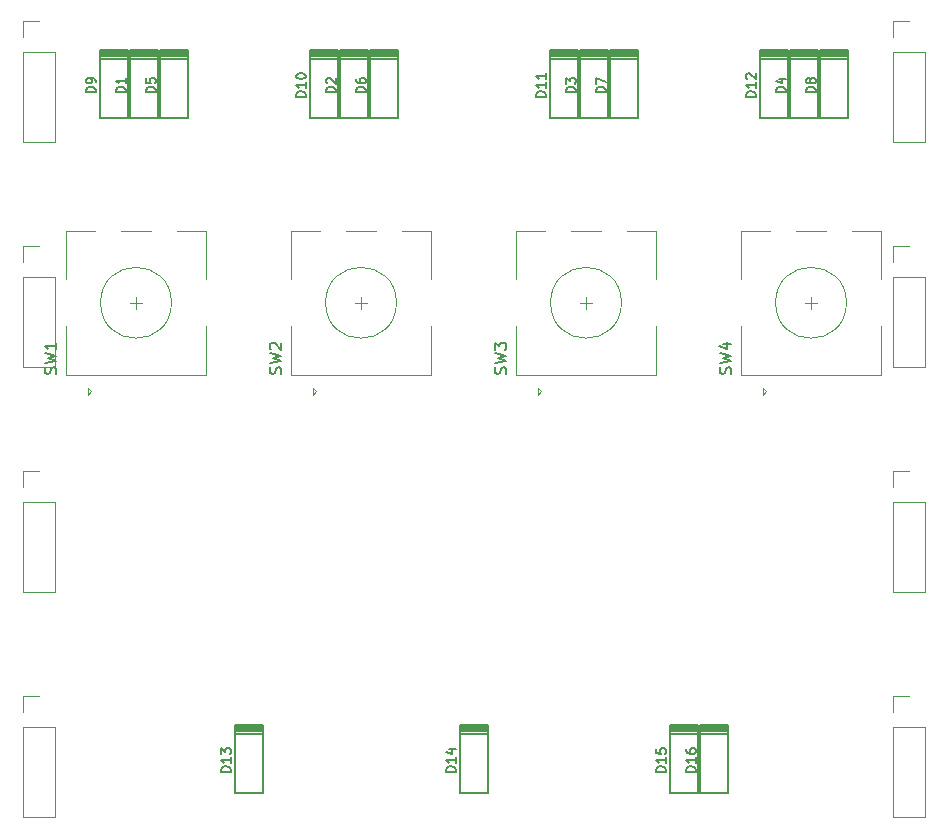
<source format=gbr>
G04 #@! TF.GenerationSoftware,KiCad,Pcbnew,(5.0.0)*
G04 #@! TF.CreationDate,2020-05-09T15:13:36-06:00*
G04 #@! TF.ProjectId,4x4_backpack,3478345F6261636B7061636B2E6B6963,rev?*
G04 #@! TF.SameCoordinates,Original*
G04 #@! TF.FileFunction,Legend,Top*
G04 #@! TF.FilePolarity,Positive*
%FSLAX46Y46*%
G04 Gerber Fmt 4.6, Leading zero omitted, Abs format (unit mm)*
G04 Created by KiCad (PCBNEW (5.0.0)) date 05/09/20 15:13:36*
%MOMM*%
%LPD*%
G01*
G04 APERTURE LIST*
%ADD10C,0.120000*%
%ADD11C,0.200000*%
%ADD12C,0.150000*%
G04 APERTURE END LIST*
D10*
G04 #@! TO.C,SW1*
X88685000Y-104768000D02*
G75*
G03X88685000Y-104768000I-3000000J0D01*
G01*
X79785000Y-102768000D02*
X79785000Y-98668000D01*
X91585000Y-98668000D02*
X91585000Y-102768000D01*
X91585000Y-106768000D02*
X91585000Y-110868000D01*
X79785000Y-106768000D02*
X79785000Y-110868000D01*
X79785000Y-110868000D02*
X91585000Y-110868000D01*
X81885000Y-112268000D02*
X81585000Y-112568000D01*
X81585000Y-112568000D02*
X81585000Y-111968000D01*
X81585000Y-111968000D02*
X81885000Y-112268000D01*
X79785000Y-98668000D02*
X82185000Y-98668000D01*
X84385000Y-98668000D02*
X86985000Y-98668000D01*
X89185000Y-98668000D02*
X91585000Y-98668000D01*
X85185000Y-104768000D02*
X86185000Y-104768000D01*
X85685000Y-105268000D02*
X85685000Y-104268000D01*
D11*
G04 #@! TO.C,D16*
X133420000Y-146310000D02*
X133420000Y-140510000D01*
X135820000Y-146310000D02*
X133420000Y-146310000D01*
X135820000Y-140510000D02*
X135820000Y-146310000D01*
X135820000Y-140585000D02*
X133420000Y-140585000D01*
X135820000Y-140710000D02*
X133420000Y-140710000D01*
X133420000Y-140485000D02*
X135820000Y-140485000D01*
X135820000Y-140885000D02*
X133420000Y-140885000D01*
X135820000Y-141060000D02*
X133420000Y-141060000D01*
X135820000Y-141235000D02*
X133420000Y-141235000D01*
G04 #@! TO.C,D2*
X102940000Y-89160000D02*
X102940000Y-83360000D01*
X105340000Y-89160000D02*
X102940000Y-89160000D01*
X105340000Y-83360000D02*
X105340000Y-89160000D01*
X105340000Y-83435000D02*
X102940000Y-83435000D01*
X105340000Y-83560000D02*
X102940000Y-83560000D01*
X102940000Y-83335000D02*
X105340000Y-83335000D01*
X105340000Y-83735000D02*
X102940000Y-83735000D01*
X105340000Y-83910000D02*
X102940000Y-83910000D01*
X105340000Y-84085000D02*
X102940000Y-84085000D01*
D10*
G04 #@! TO.C,J1*
X76140000Y-91182500D02*
X78800000Y-91182500D01*
X76140000Y-83502500D02*
X76140000Y-91182500D01*
X78800000Y-83502500D02*
X78800000Y-91182500D01*
X76140000Y-83502500D02*
X78800000Y-83502500D01*
X76140000Y-82232500D02*
X76140000Y-80902500D01*
X76140000Y-80902500D02*
X77470000Y-80902500D01*
G04 #@! TO.C,J2*
X76140000Y-99952500D02*
X77470000Y-99952500D01*
X76140000Y-101282500D02*
X76140000Y-99952500D01*
X76140000Y-102552500D02*
X78800000Y-102552500D01*
X78800000Y-102552500D02*
X78800000Y-110232500D01*
X76140000Y-102552500D02*
X76140000Y-110232500D01*
X76140000Y-110232500D02*
X78800000Y-110232500D01*
G04 #@! TO.C,J3*
X76140000Y-129282500D02*
X78800000Y-129282500D01*
X76140000Y-121602500D02*
X76140000Y-129282500D01*
X78800000Y-121602500D02*
X78800000Y-129282500D01*
X76140000Y-121602500D02*
X78800000Y-121602500D01*
X76140000Y-120332500D02*
X76140000Y-119002500D01*
X76140000Y-119002500D02*
X77470000Y-119002500D01*
G04 #@! TO.C,J4*
X76140000Y-138052500D02*
X77470000Y-138052500D01*
X76140000Y-139382500D02*
X76140000Y-138052500D01*
X76140000Y-140652500D02*
X78800000Y-140652500D01*
X78800000Y-140652500D02*
X78800000Y-148332500D01*
X76140000Y-140652500D02*
X76140000Y-148332500D01*
X76140000Y-148332500D02*
X78800000Y-148332500D01*
G04 #@! TO.C,J5*
X149800000Y-91182500D02*
X152460000Y-91182500D01*
X149800000Y-83502500D02*
X149800000Y-91182500D01*
X152460000Y-83502500D02*
X152460000Y-91182500D01*
X149800000Y-83502500D02*
X152460000Y-83502500D01*
X149800000Y-82232500D02*
X149800000Y-80902500D01*
X149800000Y-80902500D02*
X151130000Y-80902500D01*
G04 #@! TO.C,J6*
X149800000Y-99952500D02*
X151130000Y-99952500D01*
X149800000Y-101282500D02*
X149800000Y-99952500D01*
X149800000Y-102552500D02*
X152460000Y-102552500D01*
X152460000Y-102552500D02*
X152460000Y-110232500D01*
X149800000Y-102552500D02*
X149800000Y-110232500D01*
X149800000Y-110232500D02*
X152460000Y-110232500D01*
G04 #@! TO.C,J7*
X149800000Y-129282500D02*
X152460000Y-129282500D01*
X149800000Y-121602500D02*
X149800000Y-129282500D01*
X152460000Y-121602500D02*
X152460000Y-129282500D01*
X149800000Y-121602500D02*
X152460000Y-121602500D01*
X149800000Y-120332500D02*
X149800000Y-119002500D01*
X149800000Y-119002500D02*
X151130000Y-119002500D01*
G04 #@! TO.C,J8*
X149800000Y-138052500D02*
X151130000Y-138052500D01*
X149800000Y-139382500D02*
X149800000Y-138052500D01*
X149800000Y-140652500D02*
X152460000Y-140652500D01*
X152460000Y-140652500D02*
X152460000Y-148332500D01*
X149800000Y-140652500D02*
X149800000Y-148332500D01*
X149800000Y-148332500D02*
X152460000Y-148332500D01*
D11*
G04 #@! TO.C,D1*
X85160000Y-89160000D02*
X85160000Y-83360000D01*
X87560000Y-89160000D02*
X85160000Y-89160000D01*
X87560000Y-83360000D02*
X87560000Y-89160000D01*
X87560000Y-83435000D02*
X85160000Y-83435000D01*
X87560000Y-83560000D02*
X85160000Y-83560000D01*
X85160000Y-83335000D02*
X87560000Y-83335000D01*
X87560000Y-83735000D02*
X85160000Y-83735000D01*
X87560000Y-83910000D02*
X85160000Y-83910000D01*
X87560000Y-84085000D02*
X85160000Y-84085000D01*
G04 #@! TO.C,D3*
X125660000Y-84085000D02*
X123260000Y-84085000D01*
X125660000Y-83910000D02*
X123260000Y-83910000D01*
X125660000Y-83735000D02*
X123260000Y-83735000D01*
X123260000Y-83335000D02*
X125660000Y-83335000D01*
X125660000Y-83560000D02*
X123260000Y-83560000D01*
X125660000Y-83435000D02*
X123260000Y-83435000D01*
X125660000Y-83360000D02*
X125660000Y-89160000D01*
X125660000Y-89160000D02*
X123260000Y-89160000D01*
X123260000Y-89160000D02*
X123260000Y-83360000D01*
G04 #@! TO.C,D4*
X143440000Y-84085000D02*
X141040000Y-84085000D01*
X143440000Y-83910000D02*
X141040000Y-83910000D01*
X143440000Y-83735000D02*
X141040000Y-83735000D01*
X141040000Y-83335000D02*
X143440000Y-83335000D01*
X143440000Y-83560000D02*
X141040000Y-83560000D01*
X143440000Y-83435000D02*
X141040000Y-83435000D01*
X143440000Y-83360000D02*
X143440000Y-89160000D01*
X143440000Y-89160000D02*
X141040000Y-89160000D01*
X141040000Y-89160000D02*
X141040000Y-83360000D01*
G04 #@! TO.C,D5*
X87700000Y-89160000D02*
X87700000Y-83360000D01*
X90100000Y-89160000D02*
X87700000Y-89160000D01*
X90100000Y-83360000D02*
X90100000Y-89160000D01*
X90100000Y-83435000D02*
X87700000Y-83435000D01*
X90100000Y-83560000D02*
X87700000Y-83560000D01*
X87700000Y-83335000D02*
X90100000Y-83335000D01*
X90100000Y-83735000D02*
X87700000Y-83735000D01*
X90100000Y-83910000D02*
X87700000Y-83910000D01*
X90100000Y-84085000D02*
X87700000Y-84085000D01*
G04 #@! TO.C,D6*
X107880000Y-84085000D02*
X105480000Y-84085000D01*
X107880000Y-83910000D02*
X105480000Y-83910000D01*
X107880000Y-83735000D02*
X105480000Y-83735000D01*
X105480000Y-83335000D02*
X107880000Y-83335000D01*
X107880000Y-83560000D02*
X105480000Y-83560000D01*
X107880000Y-83435000D02*
X105480000Y-83435000D01*
X107880000Y-83360000D02*
X107880000Y-89160000D01*
X107880000Y-89160000D02*
X105480000Y-89160000D01*
X105480000Y-89160000D02*
X105480000Y-83360000D01*
G04 #@! TO.C,D7*
X125800000Y-89160000D02*
X125800000Y-83360000D01*
X128200000Y-89160000D02*
X125800000Y-89160000D01*
X128200000Y-83360000D02*
X128200000Y-89160000D01*
X128200000Y-83435000D02*
X125800000Y-83435000D01*
X128200000Y-83560000D02*
X125800000Y-83560000D01*
X125800000Y-83335000D02*
X128200000Y-83335000D01*
X128200000Y-83735000D02*
X125800000Y-83735000D01*
X128200000Y-83910000D02*
X125800000Y-83910000D01*
X128200000Y-84085000D02*
X125800000Y-84085000D01*
G04 #@! TO.C,D8*
X145980000Y-84085000D02*
X143580000Y-84085000D01*
X145980000Y-83910000D02*
X143580000Y-83910000D01*
X145980000Y-83735000D02*
X143580000Y-83735000D01*
X143580000Y-83335000D02*
X145980000Y-83335000D01*
X145980000Y-83560000D02*
X143580000Y-83560000D01*
X145980000Y-83435000D02*
X143580000Y-83435000D01*
X145980000Y-83360000D02*
X145980000Y-89160000D01*
X145980000Y-89160000D02*
X143580000Y-89160000D01*
X143580000Y-89160000D02*
X143580000Y-83360000D01*
G04 #@! TO.C,D9*
X85020000Y-84085000D02*
X82620000Y-84085000D01*
X85020000Y-83910000D02*
X82620000Y-83910000D01*
X85020000Y-83735000D02*
X82620000Y-83735000D01*
X82620000Y-83335000D02*
X85020000Y-83335000D01*
X85020000Y-83560000D02*
X82620000Y-83560000D01*
X85020000Y-83435000D02*
X82620000Y-83435000D01*
X85020000Y-83360000D02*
X85020000Y-89160000D01*
X85020000Y-89160000D02*
X82620000Y-89160000D01*
X82620000Y-89160000D02*
X82620000Y-83360000D01*
G04 #@! TO.C,D10*
X100400000Y-89160000D02*
X100400000Y-83360000D01*
X102800000Y-89160000D02*
X100400000Y-89160000D01*
X102800000Y-83360000D02*
X102800000Y-89160000D01*
X102800000Y-83435000D02*
X100400000Y-83435000D01*
X102800000Y-83560000D02*
X100400000Y-83560000D01*
X100400000Y-83335000D02*
X102800000Y-83335000D01*
X102800000Y-83735000D02*
X100400000Y-83735000D01*
X102800000Y-83910000D02*
X100400000Y-83910000D01*
X102800000Y-84085000D02*
X100400000Y-84085000D01*
G04 #@! TO.C,D11*
X123120000Y-84085000D02*
X120720000Y-84085000D01*
X123120000Y-83910000D02*
X120720000Y-83910000D01*
X123120000Y-83735000D02*
X120720000Y-83735000D01*
X120720000Y-83335000D02*
X123120000Y-83335000D01*
X123120000Y-83560000D02*
X120720000Y-83560000D01*
X123120000Y-83435000D02*
X120720000Y-83435000D01*
X123120000Y-83360000D02*
X123120000Y-89160000D01*
X123120000Y-89160000D02*
X120720000Y-89160000D01*
X120720000Y-89160000D02*
X120720000Y-83360000D01*
G04 #@! TO.C,D12*
X138500000Y-89160000D02*
X138500000Y-83360000D01*
X140900000Y-89160000D02*
X138500000Y-89160000D01*
X140900000Y-83360000D02*
X140900000Y-89160000D01*
X140900000Y-83435000D02*
X138500000Y-83435000D01*
X140900000Y-83560000D02*
X138500000Y-83560000D01*
X138500000Y-83335000D02*
X140900000Y-83335000D01*
X140900000Y-83735000D02*
X138500000Y-83735000D01*
X140900000Y-83910000D02*
X138500000Y-83910000D01*
X140900000Y-84085000D02*
X138500000Y-84085000D01*
G04 #@! TO.C,D13*
X94050000Y-146310000D02*
X94050000Y-140510000D01*
X96450000Y-146310000D02*
X94050000Y-146310000D01*
X96450000Y-140510000D02*
X96450000Y-146310000D01*
X96450000Y-140585000D02*
X94050000Y-140585000D01*
X96450000Y-140710000D02*
X94050000Y-140710000D01*
X94050000Y-140485000D02*
X96450000Y-140485000D01*
X96450000Y-140885000D02*
X94050000Y-140885000D01*
X96450000Y-141060000D02*
X94050000Y-141060000D01*
X96450000Y-141235000D02*
X94050000Y-141235000D01*
G04 #@! TO.C,D14*
X115500000Y-141235000D02*
X113100000Y-141235000D01*
X115500000Y-141060000D02*
X113100000Y-141060000D01*
X115500000Y-140885000D02*
X113100000Y-140885000D01*
X113100000Y-140485000D02*
X115500000Y-140485000D01*
X115500000Y-140710000D02*
X113100000Y-140710000D01*
X115500000Y-140585000D02*
X113100000Y-140585000D01*
X115500000Y-140510000D02*
X115500000Y-146310000D01*
X115500000Y-146310000D02*
X113100000Y-146310000D01*
X113100000Y-146310000D02*
X113100000Y-140510000D01*
G04 #@! TO.C,D15*
X133280000Y-141235000D02*
X130880000Y-141235000D01*
X133280000Y-141060000D02*
X130880000Y-141060000D01*
X133280000Y-140885000D02*
X130880000Y-140885000D01*
X130880000Y-140485000D02*
X133280000Y-140485000D01*
X133280000Y-140710000D02*
X130880000Y-140710000D01*
X133280000Y-140585000D02*
X130880000Y-140585000D01*
X133280000Y-140510000D02*
X133280000Y-146310000D01*
X133280000Y-146310000D02*
X130880000Y-146310000D01*
X130880000Y-146310000D02*
X130880000Y-140510000D01*
D10*
G04 #@! TO.C,SW2*
X104735000Y-105268000D02*
X104735000Y-104268000D01*
X104235000Y-104768000D02*
X105235000Y-104768000D01*
X108235000Y-98668000D02*
X110635000Y-98668000D01*
X103435000Y-98668000D02*
X106035000Y-98668000D01*
X98835000Y-98668000D02*
X101235000Y-98668000D01*
X100635000Y-111968000D02*
X100935000Y-112268000D01*
X100635000Y-112568000D02*
X100635000Y-111968000D01*
X100935000Y-112268000D02*
X100635000Y-112568000D01*
X98835000Y-110868000D02*
X110635000Y-110868000D01*
X98835000Y-106768000D02*
X98835000Y-110868000D01*
X110635000Y-106768000D02*
X110635000Y-110868000D01*
X110635000Y-98668000D02*
X110635000Y-102768000D01*
X98835000Y-102768000D02*
X98835000Y-98668000D01*
X107735000Y-104768000D02*
G75*
G03X107735000Y-104768000I-3000000J0D01*
G01*
G04 #@! TO.C,SW3*
X126785000Y-104768000D02*
G75*
G03X126785000Y-104768000I-3000000J0D01*
G01*
X117885000Y-102768000D02*
X117885000Y-98668000D01*
X129685000Y-98668000D02*
X129685000Y-102768000D01*
X129685000Y-106768000D02*
X129685000Y-110868000D01*
X117885000Y-106768000D02*
X117885000Y-110868000D01*
X117885000Y-110868000D02*
X129685000Y-110868000D01*
X119985000Y-112268000D02*
X119685000Y-112568000D01*
X119685000Y-112568000D02*
X119685000Y-111968000D01*
X119685000Y-111968000D02*
X119985000Y-112268000D01*
X117885000Y-98668000D02*
X120285000Y-98668000D01*
X122485000Y-98668000D02*
X125085000Y-98668000D01*
X127285000Y-98668000D02*
X129685000Y-98668000D01*
X123285000Y-104768000D02*
X124285000Y-104768000D01*
X123785000Y-105268000D02*
X123785000Y-104268000D01*
G04 #@! TO.C,SW4*
X142835000Y-105268000D02*
X142835000Y-104268000D01*
X142335000Y-104768000D02*
X143335000Y-104768000D01*
X146335000Y-98668000D02*
X148735000Y-98668000D01*
X141535000Y-98668000D02*
X144135000Y-98668000D01*
X136935000Y-98668000D02*
X139335000Y-98668000D01*
X138735000Y-111968000D02*
X139035000Y-112268000D01*
X138735000Y-112568000D02*
X138735000Y-111968000D01*
X139035000Y-112268000D02*
X138735000Y-112568000D01*
X136935000Y-110868000D02*
X148735000Y-110868000D01*
X136935000Y-106768000D02*
X136935000Y-110868000D01*
X148735000Y-106768000D02*
X148735000Y-110868000D01*
X148735000Y-98668000D02*
X148735000Y-102768000D01*
X136935000Y-102768000D02*
X136935000Y-98668000D01*
X145835000Y-104768000D02*
G75*
G03X145835000Y-104768000I-3000000J0D01*
G01*
G04 #@! TO.C,SW1*
D12*
X78889761Y-110801333D02*
X78937380Y-110658476D01*
X78937380Y-110420380D01*
X78889761Y-110325142D01*
X78842142Y-110277523D01*
X78746904Y-110229904D01*
X78651666Y-110229904D01*
X78556428Y-110277523D01*
X78508809Y-110325142D01*
X78461190Y-110420380D01*
X78413571Y-110610857D01*
X78365952Y-110706095D01*
X78318333Y-110753714D01*
X78223095Y-110801333D01*
X78127857Y-110801333D01*
X78032619Y-110753714D01*
X77985000Y-110706095D01*
X77937380Y-110610857D01*
X77937380Y-110372761D01*
X77985000Y-110229904D01*
X77937380Y-109896571D02*
X78937380Y-109658476D01*
X78223095Y-109468000D01*
X78937380Y-109277523D01*
X77937380Y-109039428D01*
X78937380Y-108134666D02*
X78937380Y-108706095D01*
X78937380Y-108420380D02*
X77937380Y-108420380D01*
X78080238Y-108515619D01*
X78175476Y-108610857D01*
X78223095Y-108706095D01*
G04 #@! TO.C,D16*
X133056904Y-144481428D02*
X132256904Y-144481428D01*
X132256904Y-144290952D01*
X132295000Y-144176666D01*
X132371190Y-144100476D01*
X132447380Y-144062380D01*
X132599761Y-144024285D01*
X132714047Y-144024285D01*
X132866428Y-144062380D01*
X132942619Y-144100476D01*
X133018809Y-144176666D01*
X133056904Y-144290952D01*
X133056904Y-144481428D01*
X133056904Y-143262380D02*
X133056904Y-143719523D01*
X133056904Y-143490952D02*
X132256904Y-143490952D01*
X132371190Y-143567142D01*
X132447380Y-143643333D01*
X132485476Y-143719523D01*
X132256904Y-142576666D02*
X132256904Y-142729047D01*
X132295000Y-142805238D01*
X132333095Y-142843333D01*
X132447380Y-142919523D01*
X132599761Y-142957619D01*
X132904523Y-142957619D01*
X132980714Y-142919523D01*
X133018809Y-142881428D01*
X133056904Y-142805238D01*
X133056904Y-142652857D01*
X133018809Y-142576666D01*
X132980714Y-142538571D01*
X132904523Y-142500476D01*
X132714047Y-142500476D01*
X132637857Y-142538571D01*
X132599761Y-142576666D01*
X132561666Y-142652857D01*
X132561666Y-142805238D01*
X132599761Y-142881428D01*
X132637857Y-142919523D01*
X132714047Y-142957619D01*
G04 #@! TO.C,D2*
X102576904Y-86950476D02*
X101776904Y-86950476D01*
X101776904Y-86760000D01*
X101815000Y-86645714D01*
X101891190Y-86569523D01*
X101967380Y-86531428D01*
X102119761Y-86493333D01*
X102234047Y-86493333D01*
X102386428Y-86531428D01*
X102462619Y-86569523D01*
X102538809Y-86645714D01*
X102576904Y-86760000D01*
X102576904Y-86950476D01*
X101853095Y-86188571D02*
X101815000Y-86150476D01*
X101776904Y-86074285D01*
X101776904Y-85883809D01*
X101815000Y-85807619D01*
X101853095Y-85769523D01*
X101929285Y-85731428D01*
X102005476Y-85731428D01*
X102119761Y-85769523D01*
X102576904Y-86226666D01*
X102576904Y-85731428D01*
G04 #@! TO.C,D1*
X84796904Y-86950476D02*
X83996904Y-86950476D01*
X83996904Y-86760000D01*
X84035000Y-86645714D01*
X84111190Y-86569523D01*
X84187380Y-86531428D01*
X84339761Y-86493333D01*
X84454047Y-86493333D01*
X84606428Y-86531428D01*
X84682619Y-86569523D01*
X84758809Y-86645714D01*
X84796904Y-86760000D01*
X84796904Y-86950476D01*
X84796904Y-85731428D02*
X84796904Y-86188571D01*
X84796904Y-85960000D02*
X83996904Y-85960000D01*
X84111190Y-86036190D01*
X84187380Y-86112380D01*
X84225476Y-86188571D01*
G04 #@! TO.C,D3*
X122896904Y-86950476D02*
X122096904Y-86950476D01*
X122096904Y-86760000D01*
X122135000Y-86645714D01*
X122211190Y-86569523D01*
X122287380Y-86531428D01*
X122439761Y-86493333D01*
X122554047Y-86493333D01*
X122706428Y-86531428D01*
X122782619Y-86569523D01*
X122858809Y-86645714D01*
X122896904Y-86760000D01*
X122896904Y-86950476D01*
X122096904Y-86226666D02*
X122096904Y-85731428D01*
X122401666Y-85998095D01*
X122401666Y-85883809D01*
X122439761Y-85807619D01*
X122477857Y-85769523D01*
X122554047Y-85731428D01*
X122744523Y-85731428D01*
X122820714Y-85769523D01*
X122858809Y-85807619D01*
X122896904Y-85883809D01*
X122896904Y-86112380D01*
X122858809Y-86188571D01*
X122820714Y-86226666D01*
G04 #@! TO.C,D4*
X140676904Y-86950476D02*
X139876904Y-86950476D01*
X139876904Y-86760000D01*
X139915000Y-86645714D01*
X139991190Y-86569523D01*
X140067380Y-86531428D01*
X140219761Y-86493333D01*
X140334047Y-86493333D01*
X140486428Y-86531428D01*
X140562619Y-86569523D01*
X140638809Y-86645714D01*
X140676904Y-86760000D01*
X140676904Y-86950476D01*
X140143571Y-85807619D02*
X140676904Y-85807619D01*
X139838809Y-85998095D02*
X140410238Y-86188571D01*
X140410238Y-85693333D01*
G04 #@! TO.C,D5*
X87336904Y-86950476D02*
X86536904Y-86950476D01*
X86536904Y-86760000D01*
X86575000Y-86645714D01*
X86651190Y-86569523D01*
X86727380Y-86531428D01*
X86879761Y-86493333D01*
X86994047Y-86493333D01*
X87146428Y-86531428D01*
X87222619Y-86569523D01*
X87298809Y-86645714D01*
X87336904Y-86760000D01*
X87336904Y-86950476D01*
X86536904Y-85769523D02*
X86536904Y-86150476D01*
X86917857Y-86188571D01*
X86879761Y-86150476D01*
X86841666Y-86074285D01*
X86841666Y-85883809D01*
X86879761Y-85807619D01*
X86917857Y-85769523D01*
X86994047Y-85731428D01*
X87184523Y-85731428D01*
X87260714Y-85769523D01*
X87298809Y-85807619D01*
X87336904Y-85883809D01*
X87336904Y-86074285D01*
X87298809Y-86150476D01*
X87260714Y-86188571D01*
G04 #@! TO.C,D6*
X105116904Y-86950476D02*
X104316904Y-86950476D01*
X104316904Y-86760000D01*
X104355000Y-86645714D01*
X104431190Y-86569523D01*
X104507380Y-86531428D01*
X104659761Y-86493333D01*
X104774047Y-86493333D01*
X104926428Y-86531428D01*
X105002619Y-86569523D01*
X105078809Y-86645714D01*
X105116904Y-86760000D01*
X105116904Y-86950476D01*
X104316904Y-85807619D02*
X104316904Y-85960000D01*
X104355000Y-86036190D01*
X104393095Y-86074285D01*
X104507380Y-86150476D01*
X104659761Y-86188571D01*
X104964523Y-86188571D01*
X105040714Y-86150476D01*
X105078809Y-86112380D01*
X105116904Y-86036190D01*
X105116904Y-85883809D01*
X105078809Y-85807619D01*
X105040714Y-85769523D01*
X104964523Y-85731428D01*
X104774047Y-85731428D01*
X104697857Y-85769523D01*
X104659761Y-85807619D01*
X104621666Y-85883809D01*
X104621666Y-86036190D01*
X104659761Y-86112380D01*
X104697857Y-86150476D01*
X104774047Y-86188571D01*
G04 #@! TO.C,D7*
X125436904Y-86950476D02*
X124636904Y-86950476D01*
X124636904Y-86760000D01*
X124675000Y-86645714D01*
X124751190Y-86569523D01*
X124827380Y-86531428D01*
X124979761Y-86493333D01*
X125094047Y-86493333D01*
X125246428Y-86531428D01*
X125322619Y-86569523D01*
X125398809Y-86645714D01*
X125436904Y-86760000D01*
X125436904Y-86950476D01*
X124636904Y-86226666D02*
X124636904Y-85693333D01*
X125436904Y-86036190D01*
G04 #@! TO.C,D8*
X143216904Y-86950476D02*
X142416904Y-86950476D01*
X142416904Y-86760000D01*
X142455000Y-86645714D01*
X142531190Y-86569523D01*
X142607380Y-86531428D01*
X142759761Y-86493333D01*
X142874047Y-86493333D01*
X143026428Y-86531428D01*
X143102619Y-86569523D01*
X143178809Y-86645714D01*
X143216904Y-86760000D01*
X143216904Y-86950476D01*
X142759761Y-86036190D02*
X142721666Y-86112380D01*
X142683571Y-86150476D01*
X142607380Y-86188571D01*
X142569285Y-86188571D01*
X142493095Y-86150476D01*
X142455000Y-86112380D01*
X142416904Y-86036190D01*
X142416904Y-85883809D01*
X142455000Y-85807619D01*
X142493095Y-85769523D01*
X142569285Y-85731428D01*
X142607380Y-85731428D01*
X142683571Y-85769523D01*
X142721666Y-85807619D01*
X142759761Y-85883809D01*
X142759761Y-86036190D01*
X142797857Y-86112380D01*
X142835952Y-86150476D01*
X142912142Y-86188571D01*
X143064523Y-86188571D01*
X143140714Y-86150476D01*
X143178809Y-86112380D01*
X143216904Y-86036190D01*
X143216904Y-85883809D01*
X143178809Y-85807619D01*
X143140714Y-85769523D01*
X143064523Y-85731428D01*
X142912142Y-85731428D01*
X142835952Y-85769523D01*
X142797857Y-85807619D01*
X142759761Y-85883809D01*
G04 #@! TO.C,D9*
X82256904Y-86950476D02*
X81456904Y-86950476D01*
X81456904Y-86760000D01*
X81495000Y-86645714D01*
X81571190Y-86569523D01*
X81647380Y-86531428D01*
X81799761Y-86493333D01*
X81914047Y-86493333D01*
X82066428Y-86531428D01*
X82142619Y-86569523D01*
X82218809Y-86645714D01*
X82256904Y-86760000D01*
X82256904Y-86950476D01*
X82256904Y-86112380D02*
X82256904Y-85960000D01*
X82218809Y-85883809D01*
X82180714Y-85845714D01*
X82066428Y-85769523D01*
X81914047Y-85731428D01*
X81609285Y-85731428D01*
X81533095Y-85769523D01*
X81495000Y-85807619D01*
X81456904Y-85883809D01*
X81456904Y-86036190D01*
X81495000Y-86112380D01*
X81533095Y-86150476D01*
X81609285Y-86188571D01*
X81799761Y-86188571D01*
X81875952Y-86150476D01*
X81914047Y-86112380D01*
X81952142Y-86036190D01*
X81952142Y-85883809D01*
X81914047Y-85807619D01*
X81875952Y-85769523D01*
X81799761Y-85731428D01*
G04 #@! TO.C,D10*
X100036904Y-87331428D02*
X99236904Y-87331428D01*
X99236904Y-87140952D01*
X99275000Y-87026666D01*
X99351190Y-86950476D01*
X99427380Y-86912380D01*
X99579761Y-86874285D01*
X99694047Y-86874285D01*
X99846428Y-86912380D01*
X99922619Y-86950476D01*
X99998809Y-87026666D01*
X100036904Y-87140952D01*
X100036904Y-87331428D01*
X100036904Y-86112380D02*
X100036904Y-86569523D01*
X100036904Y-86340952D02*
X99236904Y-86340952D01*
X99351190Y-86417142D01*
X99427380Y-86493333D01*
X99465476Y-86569523D01*
X99236904Y-85617142D02*
X99236904Y-85540952D01*
X99275000Y-85464761D01*
X99313095Y-85426666D01*
X99389285Y-85388571D01*
X99541666Y-85350476D01*
X99732142Y-85350476D01*
X99884523Y-85388571D01*
X99960714Y-85426666D01*
X99998809Y-85464761D01*
X100036904Y-85540952D01*
X100036904Y-85617142D01*
X99998809Y-85693333D01*
X99960714Y-85731428D01*
X99884523Y-85769523D01*
X99732142Y-85807619D01*
X99541666Y-85807619D01*
X99389285Y-85769523D01*
X99313095Y-85731428D01*
X99275000Y-85693333D01*
X99236904Y-85617142D01*
G04 #@! TO.C,D11*
X120356904Y-87331428D02*
X119556904Y-87331428D01*
X119556904Y-87140952D01*
X119595000Y-87026666D01*
X119671190Y-86950476D01*
X119747380Y-86912380D01*
X119899761Y-86874285D01*
X120014047Y-86874285D01*
X120166428Y-86912380D01*
X120242619Y-86950476D01*
X120318809Y-87026666D01*
X120356904Y-87140952D01*
X120356904Y-87331428D01*
X120356904Y-86112380D02*
X120356904Y-86569523D01*
X120356904Y-86340952D02*
X119556904Y-86340952D01*
X119671190Y-86417142D01*
X119747380Y-86493333D01*
X119785476Y-86569523D01*
X120356904Y-85350476D02*
X120356904Y-85807619D01*
X120356904Y-85579047D02*
X119556904Y-85579047D01*
X119671190Y-85655238D01*
X119747380Y-85731428D01*
X119785476Y-85807619D01*
G04 #@! TO.C,D12*
X138136904Y-87331428D02*
X137336904Y-87331428D01*
X137336904Y-87140952D01*
X137375000Y-87026666D01*
X137451190Y-86950476D01*
X137527380Y-86912380D01*
X137679761Y-86874285D01*
X137794047Y-86874285D01*
X137946428Y-86912380D01*
X138022619Y-86950476D01*
X138098809Y-87026666D01*
X138136904Y-87140952D01*
X138136904Y-87331428D01*
X138136904Y-86112380D02*
X138136904Y-86569523D01*
X138136904Y-86340952D02*
X137336904Y-86340952D01*
X137451190Y-86417142D01*
X137527380Y-86493333D01*
X137565476Y-86569523D01*
X137413095Y-85807619D02*
X137375000Y-85769523D01*
X137336904Y-85693333D01*
X137336904Y-85502857D01*
X137375000Y-85426666D01*
X137413095Y-85388571D01*
X137489285Y-85350476D01*
X137565476Y-85350476D01*
X137679761Y-85388571D01*
X138136904Y-85845714D01*
X138136904Y-85350476D01*
G04 #@! TO.C,D13*
X93686904Y-144481428D02*
X92886904Y-144481428D01*
X92886904Y-144290952D01*
X92925000Y-144176666D01*
X93001190Y-144100476D01*
X93077380Y-144062380D01*
X93229761Y-144024285D01*
X93344047Y-144024285D01*
X93496428Y-144062380D01*
X93572619Y-144100476D01*
X93648809Y-144176666D01*
X93686904Y-144290952D01*
X93686904Y-144481428D01*
X93686904Y-143262380D02*
X93686904Y-143719523D01*
X93686904Y-143490952D02*
X92886904Y-143490952D01*
X93001190Y-143567142D01*
X93077380Y-143643333D01*
X93115476Y-143719523D01*
X92886904Y-142995714D02*
X92886904Y-142500476D01*
X93191666Y-142767142D01*
X93191666Y-142652857D01*
X93229761Y-142576666D01*
X93267857Y-142538571D01*
X93344047Y-142500476D01*
X93534523Y-142500476D01*
X93610714Y-142538571D01*
X93648809Y-142576666D01*
X93686904Y-142652857D01*
X93686904Y-142881428D01*
X93648809Y-142957619D01*
X93610714Y-142995714D01*
G04 #@! TO.C,D14*
X112736904Y-144481428D02*
X111936904Y-144481428D01*
X111936904Y-144290952D01*
X111975000Y-144176666D01*
X112051190Y-144100476D01*
X112127380Y-144062380D01*
X112279761Y-144024285D01*
X112394047Y-144024285D01*
X112546428Y-144062380D01*
X112622619Y-144100476D01*
X112698809Y-144176666D01*
X112736904Y-144290952D01*
X112736904Y-144481428D01*
X112736904Y-143262380D02*
X112736904Y-143719523D01*
X112736904Y-143490952D02*
X111936904Y-143490952D01*
X112051190Y-143567142D01*
X112127380Y-143643333D01*
X112165476Y-143719523D01*
X112203571Y-142576666D02*
X112736904Y-142576666D01*
X111898809Y-142767142D02*
X112470238Y-142957619D01*
X112470238Y-142462380D01*
G04 #@! TO.C,D15*
X130516904Y-144481428D02*
X129716904Y-144481428D01*
X129716904Y-144290952D01*
X129755000Y-144176666D01*
X129831190Y-144100476D01*
X129907380Y-144062380D01*
X130059761Y-144024285D01*
X130174047Y-144024285D01*
X130326428Y-144062380D01*
X130402619Y-144100476D01*
X130478809Y-144176666D01*
X130516904Y-144290952D01*
X130516904Y-144481428D01*
X130516904Y-143262380D02*
X130516904Y-143719523D01*
X130516904Y-143490952D02*
X129716904Y-143490952D01*
X129831190Y-143567142D01*
X129907380Y-143643333D01*
X129945476Y-143719523D01*
X129716904Y-142538571D02*
X129716904Y-142919523D01*
X130097857Y-142957619D01*
X130059761Y-142919523D01*
X130021666Y-142843333D01*
X130021666Y-142652857D01*
X130059761Y-142576666D01*
X130097857Y-142538571D01*
X130174047Y-142500476D01*
X130364523Y-142500476D01*
X130440714Y-142538571D01*
X130478809Y-142576666D01*
X130516904Y-142652857D01*
X130516904Y-142843333D01*
X130478809Y-142919523D01*
X130440714Y-142957619D01*
G04 #@! TO.C,SW2*
X97939761Y-110801333D02*
X97987380Y-110658476D01*
X97987380Y-110420380D01*
X97939761Y-110325142D01*
X97892142Y-110277523D01*
X97796904Y-110229904D01*
X97701666Y-110229904D01*
X97606428Y-110277523D01*
X97558809Y-110325142D01*
X97511190Y-110420380D01*
X97463571Y-110610857D01*
X97415952Y-110706095D01*
X97368333Y-110753714D01*
X97273095Y-110801333D01*
X97177857Y-110801333D01*
X97082619Y-110753714D01*
X97035000Y-110706095D01*
X96987380Y-110610857D01*
X96987380Y-110372761D01*
X97035000Y-110229904D01*
X96987380Y-109896571D02*
X97987380Y-109658476D01*
X97273095Y-109468000D01*
X97987380Y-109277523D01*
X96987380Y-109039428D01*
X97082619Y-108706095D02*
X97035000Y-108658476D01*
X96987380Y-108563238D01*
X96987380Y-108325142D01*
X97035000Y-108229904D01*
X97082619Y-108182285D01*
X97177857Y-108134666D01*
X97273095Y-108134666D01*
X97415952Y-108182285D01*
X97987380Y-108753714D01*
X97987380Y-108134666D01*
G04 #@! TO.C,SW3*
X116989761Y-110801333D02*
X117037380Y-110658476D01*
X117037380Y-110420380D01*
X116989761Y-110325142D01*
X116942142Y-110277523D01*
X116846904Y-110229904D01*
X116751666Y-110229904D01*
X116656428Y-110277523D01*
X116608809Y-110325142D01*
X116561190Y-110420380D01*
X116513571Y-110610857D01*
X116465952Y-110706095D01*
X116418333Y-110753714D01*
X116323095Y-110801333D01*
X116227857Y-110801333D01*
X116132619Y-110753714D01*
X116085000Y-110706095D01*
X116037380Y-110610857D01*
X116037380Y-110372761D01*
X116085000Y-110229904D01*
X116037380Y-109896571D02*
X117037380Y-109658476D01*
X116323095Y-109468000D01*
X117037380Y-109277523D01*
X116037380Y-109039428D01*
X116037380Y-108753714D02*
X116037380Y-108134666D01*
X116418333Y-108468000D01*
X116418333Y-108325142D01*
X116465952Y-108229904D01*
X116513571Y-108182285D01*
X116608809Y-108134666D01*
X116846904Y-108134666D01*
X116942142Y-108182285D01*
X116989761Y-108229904D01*
X117037380Y-108325142D01*
X117037380Y-108610857D01*
X116989761Y-108706095D01*
X116942142Y-108753714D01*
G04 #@! TO.C,SW4*
X136039761Y-110801333D02*
X136087380Y-110658476D01*
X136087380Y-110420380D01*
X136039761Y-110325142D01*
X135992142Y-110277523D01*
X135896904Y-110229904D01*
X135801666Y-110229904D01*
X135706428Y-110277523D01*
X135658809Y-110325142D01*
X135611190Y-110420380D01*
X135563571Y-110610857D01*
X135515952Y-110706095D01*
X135468333Y-110753714D01*
X135373095Y-110801333D01*
X135277857Y-110801333D01*
X135182619Y-110753714D01*
X135135000Y-110706095D01*
X135087380Y-110610857D01*
X135087380Y-110372761D01*
X135135000Y-110229904D01*
X135087380Y-109896571D02*
X136087380Y-109658476D01*
X135373095Y-109468000D01*
X136087380Y-109277523D01*
X135087380Y-109039428D01*
X135420714Y-108229904D02*
X136087380Y-108229904D01*
X135039761Y-108468000D02*
X135754047Y-108706095D01*
X135754047Y-108087047D01*
G04 #@! TD*
M02*

</source>
